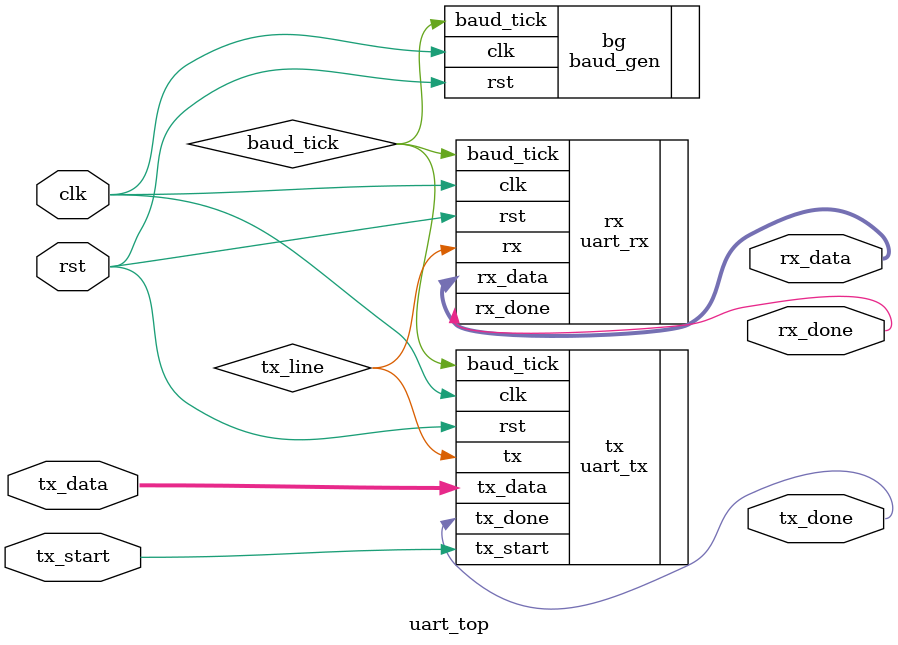
<source format=v>
`timescale 1ns / 1ps


module uart_top (
    input  wire clk,
    input  wire rst,
    input  wire tx_start,
    input  wire [7:0] tx_data,
    output wire [7:0] rx_data,
    output wire tx_done,
    output wire rx_done
);

    wire baud_tick;
    wire tx_line;

    baud_gen bg (
        .clk(clk),
        .rst(rst),
        .baud_tick(baud_tick)
    );

    uart_tx tx (
        .clk(clk),
        .rst(rst),
        .baud_tick(baud_tick),
        .tx_start(tx_start),
        .tx_data(tx_data),
        .tx(tx_line),
        .tx_done(tx_done)
    );

    uart_rx rx (
        .clk(clk),
        .rst(rst),
        .baud_tick(baud_tick),
        .rx(tx_line),      // loopback
        .rx_data(rx_data),
        .rx_done(rx_done)
    );

endmodule


</source>
